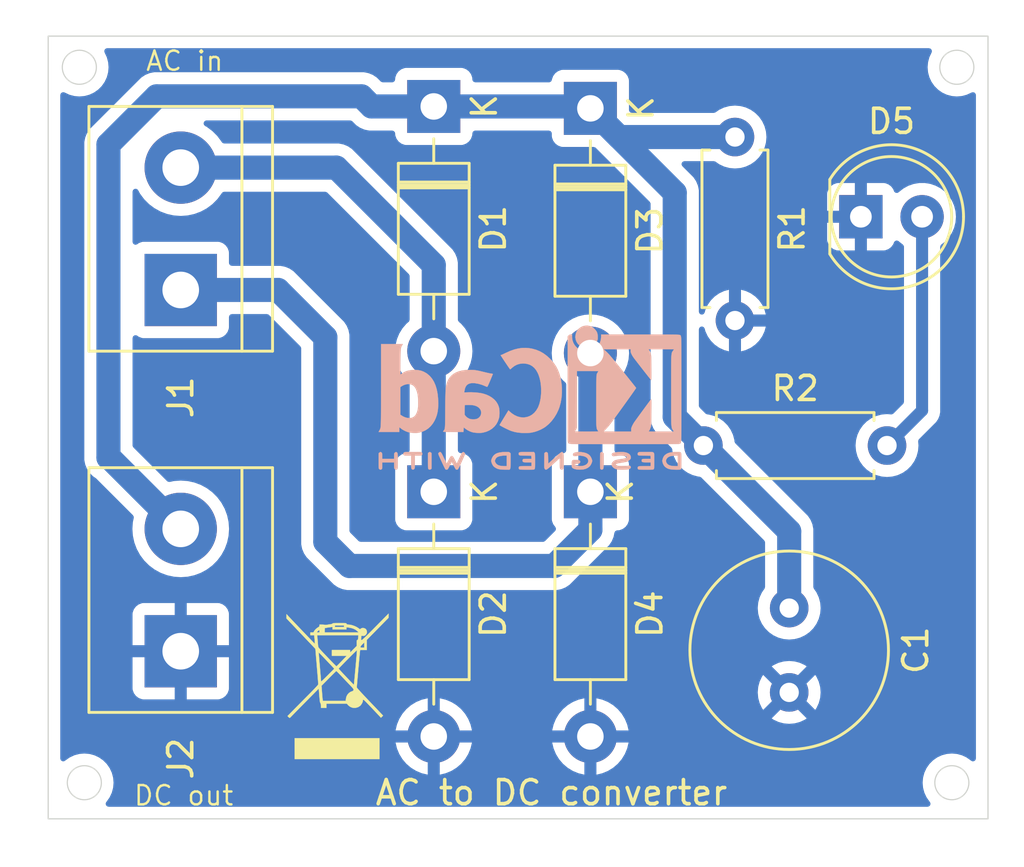
<source format=kicad_pcb>
(kicad_pcb (version 20240108) (generator "pcbnew") (generator_version "8.0")
  (layers (0 "F.Cu" signal) (31 "B.Cu" signal) (34 "B.Paste" user) (35 "F.Paste" user) (36 "B.SilkS" user "B.Silkscreen") (37 "F.SilkS" user "F.Silkscreen") (38 "B.Mask" user) (39 "F.Mask" user) (44 "Edge.Cuts" user))
  (net 0 "")
  (net 1 "/+VE")
  (net 2 "GND")
  (net 3 "Net-(D1-A)")
  (net 4 "Net-(D3-A)")
  (net 5 "Net-(D5-A)")
  (footprint "Diode_THT:D_DO-41_SOD81_P10.16mm_Horizontal" (layer "F.Cu") (at 125.5 85.92 -90)
    (property "Reference" "D4" (at 5.08 -2.469999 90) (layer "F.SilkS"))
    (property "Value" "1N4007")
    (fp_text user "K" (at 0 -1.242666 90) (layer "F.SilkS"))
    (pad "1" thru_hole rect (at 0 0 270) (size 2.2 2.2) (drill 1.1) (layers "*.Cu" "*.Mask") (net 4 "Net-(D3-A)"))
    (pad "2" thru_hole oval (at 10.16 0 270) (size 2.2 2.2) (drill 1.1) (layers "*.Cu" "*.Mask") (net 2 "GND"))
  )
  (footprint "Resistor_THT:R_Axial_DIN0207_L6.3mm_D2.5mm_P7.62mm_Horizontal" (layer "F.Cu") (at 130.19 84)
    (property "Reference" "R2" (at 3.81 -2.37 0) (layer "F.SilkS"))
    (property "Value" "2.2K")
    (pad "1" thru_hole circle (at 0 0) (size 1.6 1.6) (drill 0.8) (layers "*.Cu" "*.Mask") (net 1 "/+VE"))
    (pad "2" thru_hole oval (at 7.62 0) (size 1.6 1.6) (drill 0.8) (layers "*.Cu" "*.Mask") (net 5 "Net-(D5-A)"))
  )
  (footprint "Capacitor_THT:C_Radial_D8.0mm_H11.5mm_P3.50mm" (layer "F.Cu") (at 133.75 90.75 -90)
    (property "Reference" "C1" (at 1.75 -5.25 90) (layer "F.SilkS"))
    (property "Value" "1000uf")
    (pad "1" thru_hole circle (at 0 0 270) (size 1.6 1.6) (drill 0.8) (layers "*.Cu" "*.Mask") (net 1 "/+VE"))
    (pad "2" thru_hole circle (at 3.5 0 270) (size 1.6 1.6) (drill 0.8) (layers "*.Cu" "*.Mask") (net 2 "GND"))
  )
  (footprint "Diode_THT:D_DO-41_SOD81_P10.16mm_Horizontal" (layer "F.Cu") (at 125.5 69.999999 -90)
    (property "Reference" "D3" (at 5.08 -2.47 90) (layer "F.SilkS"))
    (property "Value" "1N4007")
    (fp_text user "K" (at 0 -2.1 90) (layer "F.SilkS"))
    (pad "1" thru_hole rect (at 0 0 270) (size 2.2 2.2) (drill 1.1) (layers "*.Cu" "*.Mask") (net 1 "/+VE"))
    (pad "2" thru_hole oval (at 10.16 0 270) (size 2.2 2.2) (drill 1.1) (layers "*.Cu" "*.Mask") (net 4 "Net-(D3-A)"))
  )
  (footprint "TerminalBlock:TerminalBlock_bornier-2_P5.08mm" (layer "F.Cu") (at 108.5 92.54 90)
    (property "Reference" "J2" (at -4.46 0 90) (layer "F.SilkS"))
    (property "Value" "Screw_Terminal_01x02")
    (pad "1" thru_hole rect (at 0 0 90) (size 3 3) (drill 1.52) (layers "*.Cu" "*.Mask") (net 2 "GND"))
    (pad "2" thru_hole circle (at 5.08 0 90) (size 3 3) (drill 1.52) (layers "*.Cu" "*.Mask") (net 1 "/+VE"))
  )
  (footprint "Symbol:WEEE-Logo_4.2x6mm_SilkScreen" (layer "F.Cu") (at 115 94)
    (property "Reference" "REF**" (hide yes))
    (property "Value" "WEEE-Logo_4.2x6mm_SilkScreen" (hide yes))
  )
  (footprint "Resistor_THT:R_Axial_DIN0207_L6.3mm_D2.5mm_P7.62mm_Horizontal" (layer "F.Cu") (at 131.5 71.19 -90)
    (property "Reference" "R1" (at 3.81 -2.37 90) (layer "F.SilkS"))
    (property "Value" "10K")
    (pad "1" thru_hole circle (at 0 0 270) (size 1.6 1.6) (drill 0.8) (layers "*.Cu" "*.Mask") (net 1 "/+VE"))
    (pad "2" thru_hole oval (at 7.62 0 270) (size 1.6 1.6) (drill 0.8) (layers "*.Cu" "*.Mask") (net 2 "GND"))
  )
  (footprint "Diode_THT:D_DO-41_SOD81_P10.16mm_Horizontal" (layer "F.Cu") (at 119 85.92 -90)
    (property "Reference" "D2" (at 5.08 -2.47 90) (layer "F.SilkS"))
    (property "Value" "1N4007")
    (fp_text user "K" (at 0 -2.1 90) (layer "F.SilkS"))
    (pad "1" thru_hole rect (at 0 0 270) (size 2.2 2.2) (drill 1.1) (layers "*.Cu" "*.Mask") (net 3 "Net-(D1-A)"))
    (pad "2" thru_hole oval (at 10.16 0 270) (size 2.2 2.2) (drill 1.1) (layers "*.Cu" "*.Mask") (net 2 "GND"))
  )
  (footprint "TerminalBlock:TerminalBlock_bornier-2_P5.08mm" (layer "F.Cu") (at 108.5 77.54 90)
    (property "Reference" "J1" (at -4.46 0 90) (layer "F.SilkS"))
    (property "Value" "Screw_Terminal_01x02")
    (pad "1" thru_hole rect (at 0 0 90) (size 3 3) (drill 1.52) (layers "*.Cu" "*.Mask") (net 4 "Net-(D3-A)"))
    (pad "2" thru_hole circle (at 5.08 0 90) (size 3 3) (drill 1.52) (layers "*.Cu" "*.Mask") (net 3 "Net-(D1-A)"))
  )
  (footprint "Diode_THT:D_DO-41_SOD81_P10.16mm_Horizontal" (layer "F.Cu") (at 119 69.92 -90)
    (property "Reference" "D1" (at 5.08 -2.47 90) (layer "F.SilkS"))
    (property "Value" "1N4007")
    (fp_text user "K" (at 0 -2.1 90) (layer "F.SilkS"))
    (pad "1" thru_hole rect (at 0 0 270) (size 2.2 2.2) (drill 1.1) (layers "*.Cu" "*.Mask") (net 1 "/+VE"))
    (pad "2" thru_hole oval (at 10.16 0 270) (size 2.2 2.2) (drill 1.1) (layers "*.Cu" "*.Mask") (net 3 "Net-(D1-A)"))
  )
  (footprint "LED_THT:LED_D5.0mm" (layer "F.Cu") (at 136.725 74.5)
    (property "Reference" "D5" (at 1.27 -3.96 0) (layer "F.SilkS"))
    (property "Value" "LED")
    (pad "1" thru_hole rect (at 0 0) (size 1.8 1.8) (drill 0.9) (layers "*.Cu" "*.Mask") (net 2 "GND"))
    (pad "2" thru_hole circle (at 2.54 0) (size 1.8 1.8) (drill 0.9) (layers "*.Cu" "*.Mask") (net 5 "Net-(D5-A)"))
  )
  (footprint "Symbol:KiCad-Logo2_5mm_SilkScreen" (layer "B.Cu") (at 123 82 180)
    (property "Reference" "REF**" (hide yes))
    (property "Value" "KiCad-Logo2_5mm_SilkScreen" (hide yes))
  )
  (gr_circle (center 104.292894 68.292893) (end 105.000001 68.292893) (stroke (width 0.05)) (fill none) (layer "Edge.Cuts"))
  (gr_circle (center 140.5 98) (end 141 97.5) (stroke (width 0.05)) (fill none) (layer "Edge.Cuts"))
  (gr_circle (center 140.707106 68.292894) (end 141.207106 67.792894) (stroke (width 0.05)) (fill none) (layer "Edge.Cuts"))
  (gr_rect (start 103 67) (end 142 99.5) (stroke (width 0.05)) (fill none) (layer "Edge.Cuts"))
  (gr_circle (center 104.5 98) (end 105 97.5) (stroke (width 0.05)) (fill none) (layer "Edge.Cuts"))
  (gr_text "AC in" (at 107 68.5 0) (layer "F.SilkS") (effects (font (size 0.8 0.8) (thickness 0.1)) (justify left bottom)))
  (gr_text "DC out" (at 106.5 99 0) (layer "F.SilkS") (effects (font (size 0.8 0.8) (thickness 0.1)) (justify left bottom)))
  (gr_text "AC to DC converter" (at 116.5 99 0) (layer "F.SilkS") (effects (font (size 1 1)) (justify left bottom)))
  (segment (start 125.420001 69.92) (end 125.5 69.999999) (width 1) (layer "B.Cu") (net 1))
  (segment (start 133.75 87.56) (end 130.19 84) (width 1) (layer "B.Cu") (net 1))
  (segment (start 119 69.92) (end 125.420001 69.92) (width 1) (layer "B.Cu") (net 1))
  (segment (start 105.5 71.5) (end 105.5 84.5) (width 1) (layer "B.Cu") (net 1))
  (segment (start 116 69.5) (end 107.5 69.5) (width 1) (layer "B.Cu") (net 1))
  (segment (start 116.42 69.92) (end 116 69.5) (width 1) (layer "B.Cu") (net 1))
  (segment (start 129 82.81) (end 129 73.5) (width 1) (layer "B.Cu") (net 1))
  (segment (start 105.5 84.5) (end 105.54 84.5) (width 1) (layer "B.Cu") (net 1))
  (segment (start 125.5 70) (end 125.5 69.999999) (width 1) (layer "B.Cu") (net 1))
  (segment (start 119 69.92) (end 116.42 69.92) (width 1) (layer "B.Cu") (net 1))
  (segment (start 105.54 84.5) (end 108.5 87.46) (width 1) (layer "B.Cu") (net 1))
  (segment (start 131.5 71.19) (end 126.690001 71.19) (width 1) (layer "B.Cu") (net 1))
  (segment (start 129 73.5) (end 125.5 70) (width 1) (layer "B.Cu") (net 1))
  (segment (start 130.19 84) (end 129 82.81) (width 1) (layer "B.Cu") (net 1))
  (segment (start 126.690001 71.19) (end 125.5 69.999999) (width 1) (layer "B.Cu") (net 1))
  (segment (start 133.75 90.75) (end 133.75 87.56) (width 1) (layer "B.Cu") (net 1))
  (segment (start 107.5 69.5) (end 105.5 71.5) (width 1) (layer "B.Cu") (net 1))
  (segment (start 114.96 72.46) (end 119 76.5) (width 1) (layer "B.Cu") (net 3))
  (segment (start 108.5 72.46) (end 114.96 72.46) (width 1) (layer "B.Cu") (net 3))
  (segment (start 119 76.5) (end 119 80.08) (width 1) (layer "B.Cu") (net 3))
  (segment (start 119 85.92) (end 119 80.08) (width 1) (layer "B.Cu") (net 3))
  (segment (start 124 89) (end 125.5 87.5) (width 1) (layer "B.Cu") (net 4))
  (segment (start 114.5 79.5) (end 114.5 88) (width 1) (layer "B.Cu") (net 4))
  (segment (start 115.5 89) (end 124 89) (width 1) (layer "B.Cu") (net 4))
  (segment (start 108.5 77.54) (end 112.54 77.54) (width 1) (layer "B.Cu") (net 4))
  (segment (start 125.5 87.5) (end 125.5 85.92) (width 1) (layer "B.Cu") (net 4))
  (segment (start 112.54 77.54) (end 114.5 79.5) (width 1) (layer "B.Cu") (net 4))
  (segment (start 125.5 85.92) (end 125.5 80.159999) (width 1) (layer "B.Cu") (net 4))
  (segment (start 114.5 88) (end 115.5 89) (width 1) (layer "B.Cu") (net 4))
  (segment (start 139.265 74.5) (end 139.265 82.545) (width 0.5) (layer "B.Cu") (net 5))
  (segment (start 139.265 82.545) (end 137.81 84) (width 0.5) (layer "B.Cu") (net 5))
  (zone (net 2) (net_name "GND") (layer "B.Cu") (connect_pads (clearance 0.5)) (min_thickness 0.25) (fill yes (thermal_gap 0.5) (thermal_bridge_width 0.5))
    (polygon (pts (xy 101 66) (xy 143.5 66) (xy 143.5 101.5) (xy 101 101.5) (xy 101 65.5)))
  )
)
</source>
